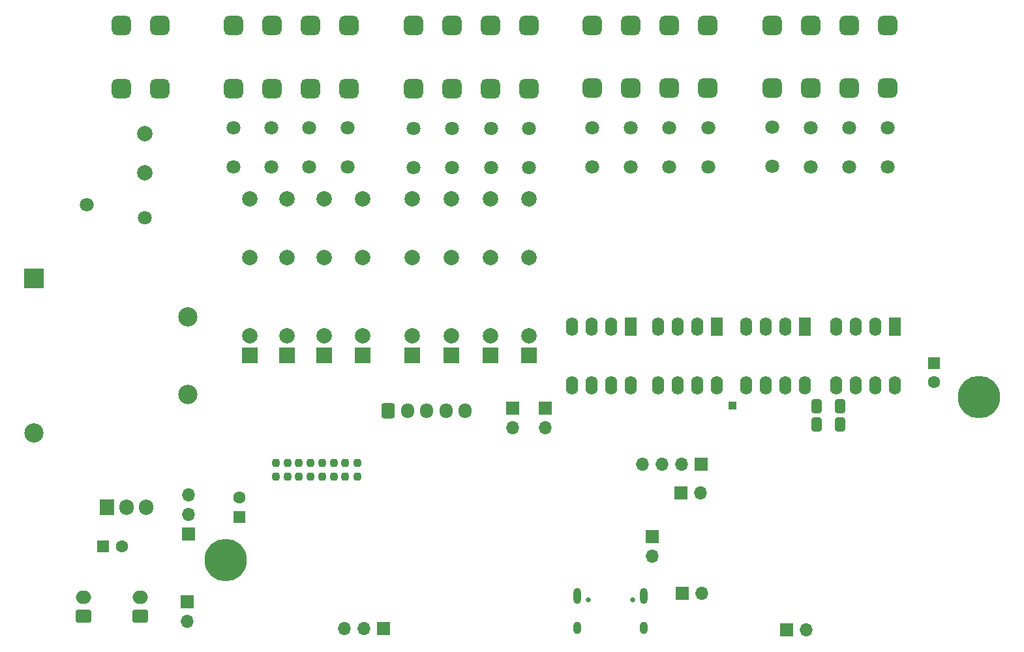
<source format=gbr>
%TF.GenerationSoftware,KiCad,Pcbnew,8.0.4*%
%TF.CreationDate,2024-09-09T03:46:58+02:00*%
%TF.ProjectId,hamodule,68616d6f-6475-46c6-952e-6b696361645f,20240908.24.8-1*%
%TF.SameCoordinates,Original*%
%TF.FileFunction,Soldermask,Bot*%
%TF.FilePolarity,Negative*%
%FSLAX46Y46*%
G04 Gerber Fmt 4.6, Leading zero omitted, Abs format (unit mm)*
G04 Created by KiCad (PCBNEW 8.0.4) date 2024-09-09 03:46:58*
%MOMM*%
%LPD*%
G01*
G04 APERTURE LIST*
G04 Aperture macros list*
%AMRoundRect*
0 Rectangle with rounded corners*
0 $1 Rounding radius*
0 $2 $3 $4 $5 $6 $7 $8 $9 X,Y pos of 4 corners*
0 Add a 4 corners polygon primitive as box body*
4,1,4,$2,$3,$4,$5,$6,$7,$8,$9,$2,$3,0*
0 Add four circle primitives for the rounded corners*
1,1,$1+$1,$2,$3*
1,1,$1+$1,$4,$5*
1,1,$1+$1,$6,$7*
1,1,$1+$1,$8,$9*
0 Add four rect primitives between the rounded corners*
20,1,$1+$1,$2,$3,$4,$5,0*
20,1,$1+$1,$4,$5,$6,$7,0*
20,1,$1+$1,$6,$7,$8,$9,0*
20,1,$1+$1,$8,$9,$2,$3,0*%
G04 Aperture macros list end*
%ADD10R,1.700000X1.700000*%
%ADD11O,1.700000X1.700000*%
%ADD12C,1.800000*%
%ADD13RoundRect,0.250000X0.750000X-0.600000X0.750000X0.600000X-0.750000X0.600000X-0.750000X-0.600000X0*%
%ADD14O,2.000000X1.700000*%
%ADD15R,2.500000X2.500000*%
%ADD16C,2.500000*%
%ADD17R,1.905000X2.000000*%
%ADD18O,1.905000X2.000000*%
%ADD19RoundRect,0.625000X0.625000X0.625000X-0.625000X0.625000X-0.625000X-0.625000X0.625000X-0.625000X0*%
%ADD20C,2.000000*%
%ADD21R,1.600000X2.400000*%
%ADD22O,1.600000X2.400000*%
%ADD23R,1.600000X1.600000*%
%ADD24C,1.600000*%
%ADD25R,2.000000X2.000000*%
%ADD26R,1.000000X1.000000*%
%ADD27C,0.650000*%
%ADD28O,1.000000X2.100000*%
%ADD29O,1.000000X1.600000*%
%ADD30RoundRect,0.250000X-0.600000X-0.725000X0.600000X-0.725000X0.600000X0.725000X-0.600000X0.725000X0*%
%ADD31O,1.700000X1.950000*%
%ADD32C,5.500000*%
%ADD33RoundRect,0.250000X0.412500X0.650000X-0.412500X0.650000X-0.412500X-0.650000X0.412500X-0.650000X0*%
%ADD34RoundRect,0.237500X-0.237500X0.250000X-0.237500X-0.250000X0.237500X-0.250000X0.237500X0.250000X0*%
G04 APERTURE END LIST*
D10*
%TO.C,J5*%
X23674000Y5448400D03*
D11*
X23674000Y2908400D03*
%TD*%
D12*
%TO.C,RV1*%
X10626400Y57005330D03*
X18126400Y55372000D03*
%TD*%
D13*
%TO.C,J1*%
X17574000Y3568700D03*
D14*
X17574000Y6068700D03*
%TD*%
D15*
%TO.C,PS1*%
X3780000Y47421800D03*
D16*
X3780000Y27421800D03*
X23780000Y32421800D03*
X23780000Y42421800D03*
%TD*%
D17*
%TO.C,U1*%
X13242700Y17729200D03*
D18*
X15782700Y17729200D03*
X18322700Y17729200D03*
%TD*%
D19*
%TO.C,J15*%
X44691800Y72136000D03*
X44691800Y80335999D03*
X39691800Y72136000D03*
X39691800Y80335999D03*
X34691800Y72136000D03*
X34691800Y80335999D03*
X29691800Y72136000D03*
X29691800Y80335999D03*
%TD*%
%TO.C,J2*%
X20144000Y72112401D03*
X20144000Y80312400D03*
X15144000Y72112401D03*
X15144000Y80312400D03*
%TD*%
%TO.C,J7*%
X91264000Y72140201D03*
X91264000Y80340200D03*
X86264000Y72140201D03*
X86264000Y80340200D03*
X81264000Y72140201D03*
X81264000Y80340200D03*
X76264000Y72140201D03*
X76264000Y80340200D03*
%TD*%
D20*
%TO.C,F1*%
X18161000Y66243200D03*
X18151000Y61163200D03*
%TD*%
D21*
%TO.C,U4*%
X115513178Y41232282D03*
D22*
X112973178Y41232282D03*
X110433178Y41232282D03*
X107893178Y41232282D03*
X107893178Y33612282D03*
X110433178Y33612282D03*
X112973178Y33612282D03*
X115513178Y33612282D03*
%TD*%
D21*
%TO.C,U7*%
X81205300Y41228800D03*
D22*
X78665300Y41228800D03*
X76125300Y41228800D03*
X73585300Y41228800D03*
X73585300Y33608800D03*
X76125300Y33608800D03*
X78665300Y33608800D03*
X81205300Y33608800D03*
%TD*%
D21*
%TO.C,U6*%
X92381300Y41228800D03*
D22*
X89841300Y41228800D03*
X87301300Y41228800D03*
X84761300Y41228800D03*
X84761300Y33608800D03*
X87301300Y33608800D03*
X89841300Y33608800D03*
X92381300Y33608800D03*
%TD*%
D13*
%TO.C,J4*%
X10174000Y3568700D03*
D14*
X10174000Y6068700D03*
%TD*%
D10*
%TO.C,J10*%
X101429402Y1808701D03*
D11*
X103969402Y1808701D03*
%TD*%
D10*
%TO.C,J19*%
X70124000Y30608400D03*
D11*
X70124000Y28068400D03*
%TD*%
D23*
%TO.C,C19*%
X120624000Y36468400D03*
D24*
X120624000Y33968400D03*
%TD*%
D10*
%TO.C,J14*%
X90364000Y23368400D03*
D11*
X87824000Y23368400D03*
X85284000Y23368400D03*
X82744000Y23368400D03*
%TD*%
D19*
%TO.C,J6*%
X114621702Y72140201D03*
X114621702Y80340200D03*
X109621702Y72140201D03*
X109621702Y80340200D03*
X104621702Y72140201D03*
X104621702Y80340200D03*
X99621702Y72140201D03*
X99621702Y80340200D03*
%TD*%
%TO.C,J16*%
X68059800Y72136000D03*
X68059800Y80335999D03*
X63059800Y72136000D03*
X63059800Y80335999D03*
X58059800Y72136000D03*
X58059800Y80335999D03*
X53059800Y72136000D03*
X53059800Y80335999D03*
%TD*%
D12*
%TO.C,F15*%
X58026800Y61849000D03*
X58026800Y66929000D03*
%TD*%
D25*
%TO.C,K5*%
X52911000Y37424500D03*
D20*
X52911000Y39964500D03*
X52911000Y50124500D03*
X52911000Y57744500D03*
%TD*%
D10*
%TO.C,J12*%
X87724000Y19568400D03*
D11*
X90264000Y19568400D03*
%TD*%
D12*
%TO.C,F4*%
X81228000Y61952500D03*
X81228000Y67032500D03*
%TD*%
D23*
%TO.C,C18*%
X30424000Y16486020D03*
D24*
X30424000Y18986020D03*
%TD*%
D25*
%TO.C,K6*%
X57991000Y37424500D03*
D20*
X57991000Y39964500D03*
X57991000Y50124500D03*
X57991000Y57744500D03*
%TD*%
D12*
%TO.C,F2*%
X91286400Y61952500D03*
X91286400Y67032500D03*
%TD*%
D10*
%TO.C,J17*%
X65924000Y30608400D03*
D11*
X65924000Y28068400D03*
%TD*%
D10*
%TO.C,J13*%
X84039402Y13923701D03*
D11*
X84039402Y11383701D03*
%TD*%
D12*
%TO.C,F7*%
X109626400Y61950600D03*
X109626400Y67030600D03*
%TD*%
D10*
%TO.C,J11*%
X87929800Y6578600D03*
D11*
X90469800Y6578600D03*
%TD*%
D26*
%TO.C,TP1*%
X94424000Y30968400D03*
%TD*%
D12*
%TO.C,F8*%
X104621800Y61950600D03*
X104621800Y67030600D03*
%TD*%
%TO.C,F13*%
X44532300Y61935500D03*
X44532300Y67015500D03*
%TD*%
D21*
%TO.C,U5*%
X103829178Y41232282D03*
D22*
X101289178Y41232282D03*
X98749178Y41232282D03*
X96209178Y41232282D03*
X96209178Y33612282D03*
X98749178Y33612282D03*
X101289178Y33612282D03*
X103829178Y33612282D03*
%TD*%
D10*
%TO.C,J8*%
X49116800Y1966700D03*
D11*
X46576800Y1966700D03*
X44036800Y1966700D03*
%TD*%
D12*
%TO.C,F14*%
X53073800Y61849000D03*
X53073800Y66929000D03*
%TD*%
D27*
%TO.C,J3*%
X75715402Y5692801D03*
X81495402Y5692801D03*
D28*
X74285402Y6222801D03*
D29*
X74285402Y2042801D03*
D28*
X82925402Y6222801D03*
D29*
X82925402Y2042801D03*
%TD*%
D30*
%TO.C,J9*%
X49762400Y30243000D03*
D31*
X52262400Y30243000D03*
X54762400Y30243000D03*
X57262400Y30243000D03*
X59762400Y30243000D03*
%TD*%
D10*
%TO.C,SW1*%
X23834000Y14298400D03*
D11*
X23834000Y16838400D03*
X23834000Y19378400D03*
%TD*%
D12*
%TO.C,F6*%
X114604800Y61950600D03*
X114604800Y67030600D03*
%TD*%
%TO.C,F3*%
X86257200Y61952500D03*
X86257200Y67032500D03*
%TD*%
%TO.C,F16*%
X63106800Y61849000D03*
X63106800Y66929000D03*
%TD*%
D32*
%TO.C,H5*%
X28664000Y10858400D03*
%TD*%
D25*
%TO.C,K1*%
X31818300Y37424500D03*
D20*
X31818300Y39964500D03*
X31818300Y50124500D03*
X31818300Y57744500D03*
%TD*%
D25*
%TO.C,K2*%
X36644300Y37424500D03*
D20*
X36644300Y39964500D03*
X36644300Y50124500D03*
X36644300Y57744500D03*
%TD*%
D12*
%TO.C,F11*%
X34612300Y61935500D03*
X34612300Y67015500D03*
%TD*%
D25*
%TO.C,K4*%
X46423300Y37424500D03*
D20*
X46423300Y39964500D03*
X46423300Y50124500D03*
X46423300Y57744500D03*
%TD*%
D25*
%TO.C,K7*%
X63071000Y37424500D03*
D20*
X63071000Y39964500D03*
X63071000Y50124500D03*
X63071000Y57744500D03*
%TD*%
D25*
%TO.C,K8*%
X68024000Y37424500D03*
D20*
X68024000Y39964500D03*
X68024000Y50124500D03*
X68024000Y57744500D03*
%TD*%
D25*
%TO.C,K3*%
X41470300Y37424500D03*
D20*
X41470300Y39964500D03*
X41470300Y50124500D03*
X41470300Y57744500D03*
%TD*%
D32*
%TO.C,H4*%
X126424000Y32080200D03*
%TD*%
D23*
%TO.C,C12*%
X12734700Y12649200D03*
D24*
X15234700Y12649200D03*
%TD*%
D12*
%TO.C,F9*%
X99621800Y61980000D03*
X99621800Y67060000D03*
%TD*%
%TO.C,F5*%
X76249600Y61952500D03*
X76249600Y67032500D03*
%TD*%
%TO.C,F17*%
X68059800Y61849000D03*
X68059800Y66929000D03*
%TD*%
%TO.C,F10*%
X29659300Y61935500D03*
X29659300Y67015500D03*
%TD*%
%TO.C,F12*%
X39532300Y61935500D03*
X39532300Y67015500D03*
%TD*%
D33*
%TO.C,C2*%
X108449000Y30868400D03*
X105324000Y30868400D03*
%TD*%
D34*
%TO.C,R40*%
X36664000Y23518400D03*
X36664000Y21693400D03*
%TD*%
%TO.C,R39*%
X35174000Y23518400D03*
X35174000Y21693400D03*
%TD*%
%TO.C,R41*%
X38174000Y23518400D03*
X38174000Y21693400D03*
%TD*%
%TO.C,R58*%
X45724000Y23518400D03*
X45724000Y21693400D03*
%TD*%
%TO.C,R43*%
X41174000Y23518400D03*
X41174000Y21693400D03*
%TD*%
%TO.C,R57*%
X44174000Y23518400D03*
X44174000Y21693400D03*
%TD*%
%TO.C,R56*%
X42674000Y23518400D03*
X42674000Y21693400D03*
%TD*%
%TO.C,R42*%
X39674000Y23518400D03*
X39674000Y21693400D03*
%TD*%
D33*
%TO.C,C1*%
X108449000Y28468400D03*
X105324000Y28468400D03*
%TD*%
M02*

</source>
